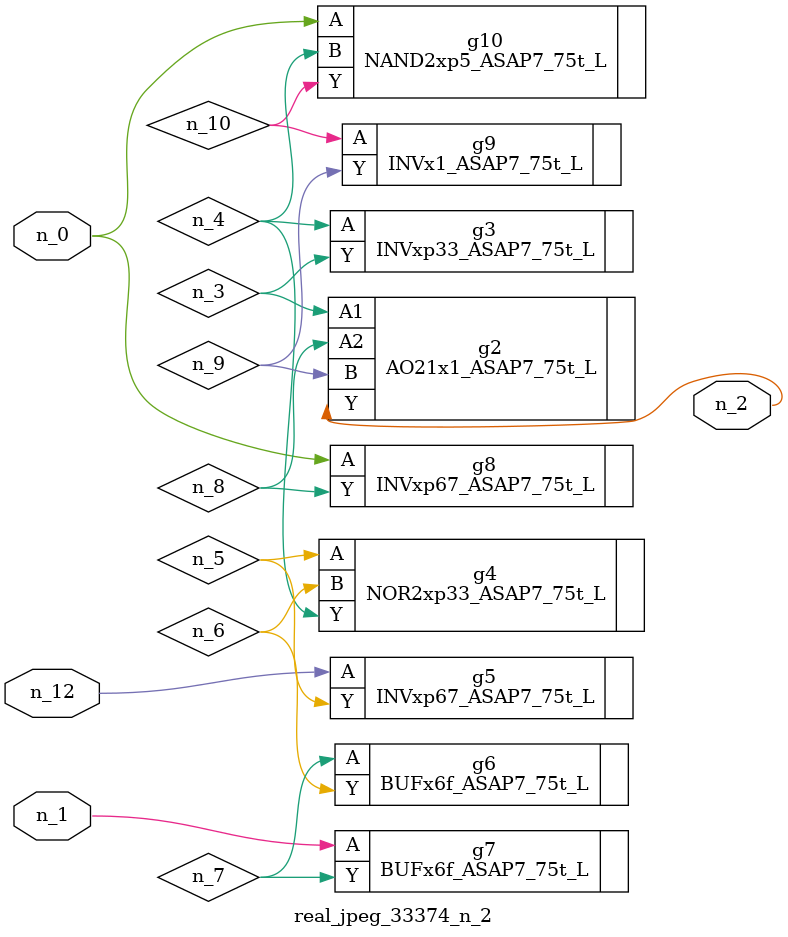
<source format=v>
module real_jpeg_33374_n_2 (n_12, n_1, n_0, n_2);

input n_12;
input n_1;
input n_0;

output n_2;

wire n_5;
wire n_8;
wire n_4;
wire n_6;
wire n_7;
wire n_3;
wire n_10;
wire n_9;

INVxp67_ASAP7_75t_L g8 ( 
.A(n_0),
.Y(n_8)
);

NAND2xp5_ASAP7_75t_L g10 ( 
.A(n_0),
.B(n_4),
.Y(n_10)
);

BUFx6f_ASAP7_75t_L g7 ( 
.A(n_1),
.Y(n_7)
);

AO21x1_ASAP7_75t_L g2 ( 
.A1(n_3),
.A2(n_8),
.B(n_9),
.Y(n_2)
);

INVxp33_ASAP7_75t_L g3 ( 
.A(n_4),
.Y(n_3)
);

NOR2xp33_ASAP7_75t_L g4 ( 
.A(n_5),
.B(n_6),
.Y(n_4)
);

BUFx6f_ASAP7_75t_L g6 ( 
.A(n_7),
.Y(n_6)
);

INVx1_ASAP7_75t_L g9 ( 
.A(n_10),
.Y(n_9)
);

INVxp67_ASAP7_75t_L g5 ( 
.A(n_12),
.Y(n_5)
);


endmodule
</source>
